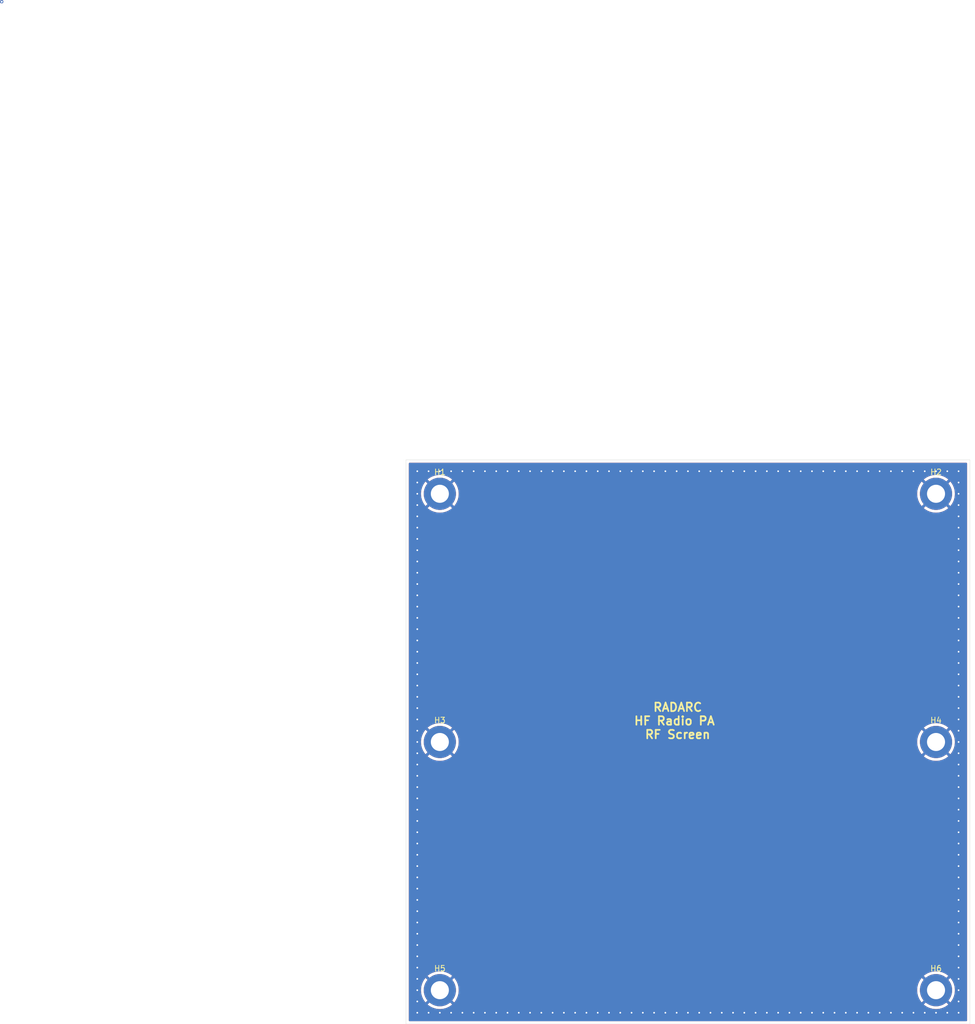
<source format=kicad_pcb>
(kicad_pcb (version 20240108) (generator "pcbnew") (generator_version "8.0")
  (layers (0 "F.Cu" signal) (31 "B.Cu" signal) (34 "B.Paste" user) (35 "F.Paste" user) (36 "B.SilkS" user "B.Silkscreen") (37 "F.SilkS" user "F.Silkscreen") (38 "B.Mask" user) (39 "F.Mask" user) (44 "Edge.Cuts" user))
  (net 0 "")
  (net 1 "GND")
  (footprint "MountingHole:MountingHole_3.2mm_M3_ISO7380_Pad_TopBottom" (layer "F.Cu") (at 194 144)
    (property "Reference" "H6" (at 0 -3.85 0) (layer "F.SilkS"))
    (property "Value" "MountingHole_Pad")
    (pad "1" thru_hole circle (at 0 0) (size 3.6 3.6) (drill 3.2) (layers "*.Cu" "*.Mask") (net 1 "GND"))
    (pad "1" connect circle (at 0 0) (size 5.7 5.7) (layers "F.Cu" "F.Mask") (net 1 "GND"))
    (pad "1" connect circle (at 0 0) (size 5.7 5.7) (layers "B.Cu" "B.Mask") (net 1 "GND"))
  )
  (footprint "MountingHole:MountingHole_3.2mm_M3_ISO7380_Pad_TopBottom" (layer "F.Cu") (at 194 56)
    (property "Reference" "H2" (at 0 -3.85 0) (layer "F.SilkS"))
    (property "Value" "MountingHole_Pad")
    (pad "1" thru_hole circle (at 0 0) (size 3.6 3.6) (drill 3.2) (layers "*.Cu" "*.Mask") (net 1 "GND"))
    (pad "1" connect circle (at 0 0) (size 5.7 5.7) (layers "F.Cu" "F.Mask") (net 1 "GND"))
    (pad "1" connect circle (at 0 0) (size 5.7 5.7) (layers "B.Cu" "B.Mask") (net 1 "GND"))
  )
  (footprint "MountingHole:MountingHole_3.2mm_M3_ISO7380_Pad_TopBottom" (layer "F.Cu") (at 194 100)
    (property "Reference" "H4" (at 0 -3.85 0) (layer "F.SilkS"))
    (property "Value" "MountingHole_Pad")
    (pad "1" thru_hole circle (at 0 0) (size 3.6 3.6) (drill 3.2) (layers "*.Cu" "*.Mask") (net 1 "GND"))
    (pad "1" connect circle (at 0 0) (size 5.7 5.7) (layers "F.Cu" "F.Mask") (net 1 "GND"))
    (pad "1" connect circle (at 0 0) (size 5.7 5.7) (layers "B.Cu" "B.Mask") (net 1 "GND"))
  )
  (footprint "MountingHole:MountingHole_3.2mm_M3_ISO7380_Pad_TopBottom" (layer "F.Cu") (at 106 56)
    (property "Reference" "H1" (at 0 -3.85 0) (layer "F.SilkS"))
    (property "Value" "MountingHole_Pad")
    (pad "1" thru_hole circle (at 0 0) (size 3.6 3.6) (drill 3.2) (layers "*.Cu" "*.Mask") (net 1 "GND"))
    (pad "1" connect circle (at 0 0) (size 5.7 5.7) (layers "F.Cu" "F.Mask") (net 1 "GND"))
    (pad "1" connect circle (at 0 0) (size 5.7 5.7) (layers "B.Cu" "B.Mask") (net 1 "GND"))
  )
  (footprint "MountingHole:MountingHole_3.2mm_M3_ISO7380_Pad_TopBottom" (layer "F.Cu") (at 106 100)
    (property "Reference" "H3" (at 0 -3.85 0) (layer "F.SilkS"))
    (property "Value" "MountingHole_Pad")
    (pad "1" thru_hole circle (at 0 0) (size 3.6 3.6) (drill 3.2) (layers "*.Cu" "*.Mask") (net 1 "GND"))
    (pad "1" connect circle (at 0 0) (size 5.7 5.7) (layers "F.Cu" "F.Mask") (net 1 "GND"))
    (pad "1" connect circle (at 0 0) (size 5.7 5.7) (layers "B.Cu" "B.Mask") (net 1 "GND"))
  )
  (footprint "MountingHole:MountingHole_3.2mm_M3_ISO7380_Pad_TopBottom" (layer "F.Cu") (at 106 144)
    (property "Reference" "H5" (at 0 -3.85 0) (layer "F.SilkS"))
    (property "Value" "MountingHole_Pad")
    (pad "1" thru_hole circle (at 0 0) (size 3.6 3.6) (drill 3.2) (layers "*.Cu" "*.Mask") (net 1 "GND"))
    (pad "1" connect circle (at 0 0) (size 5.7 5.7) (layers "F.Cu" "F.Mask") (net 1 "GND"))
    (pad "1" connect circle (at 0 0) (size 5.7 5.7) (layers "B.Cu" "B.Mask") (net 1 "GND"))
  )
  (gr_line (start 200 50) (end 100 50) (stroke (width 0.05)) (layer "Edge.Cuts"))
  (gr_line (start 100 150) (end 200 150) (stroke (width 0.05)) (layer "Edge.Cuts"))
  (gr_line (start 100 50) (end 100 150) (stroke (width 0.05)) (layer "Edge.Cuts"))
  (gr_line (start 200 150) (end 200 50) (stroke (width 0.05)) (layer "Edge.Cuts"))
  (gr_text "RADARC\nHF Radio PA \nRF Screen" (at 148.18 99.55 0) (layer "F.SilkS") (effects (font (size 1.5 1.5) (thickness 0.3) (bold yes)) (justify bottom)))
  (via (at 28.29 -31.24) (size 0.6) (drill 0.3) (layers "F.Cu" "B.Cu") (net 0))
  (via (at 102 70) (size 0.6) (drill 0.3) (layers "F.Cu" "B.Cu") (net 1))
  (via (at 198 70) (size 0.6) (drill 0.3) (layers "F.Cu" "B.Cu") (net 1))
  (via (at 140 52) (size 0.6) (drill 0.3) (layers "F.Cu" "B.Cu") (net 1))
  (via (at 102 144) (size 0.6) (drill 0.3) (layers "F.Cu" "B.Cu") (net 1))
  (via (at 134 52) (size 0.6) (drill 0.3) (layers "F.Cu" "B.Cu") (net 1))
  (via (at 118 148) (size 0.6) (drill 0.3) (layers "F.Cu" "B.Cu") (net 1))
  (via (at 192 148) (size 0.6) (drill 0.3) (layers "F.Cu" "B.Cu") (net 1))
  (via (at 102 54) (size 0.6) (drill 0.3) (layers "F.Cu" "B.Cu") (net 1))
  (via (at 190 52) (size 0.6) (drill 0.3) (layers "F.Cu" "B.Cu") (net 1))
  (via (at 102 62) (size 0.6) (drill 0.3) (layers "F.Cu" "B.Cu") (net 1))
  (via (at 198 126) (size 0.6) (drill 0.3) (layers "F.Cu" "B.Cu") (net 1))
  (via (at 198 130) (size 0.6) (drill 0.3) (layers "F.Cu" "B.Cu") (net 1))
  (via (at 102 68) (size 0.6) (drill 0.3) (layers "F.Cu" "B.Cu") (net 1))
  (via (at 166 52) (size 0.6) (drill 0.3) (layers "F.Cu" "B.Cu") (net 1))
  (via (at 198 120) (size 0.6) (drill 0.3) (layers "F.Cu" "B.Cu") (net 1))
  (via (at 138 148) (size 0.6) (drill 0.3) (layers "F.Cu" "B.Cu") (net 1))
  (via (at 102 108) (size 0.6) (drill 0.3) (layers "F.Cu" "B.Cu") (net 1))
  (via (at 198 82) (size 0.6) (drill 0.3) (layers "F.Cu" "B.Cu") (net 1))
  (via (at 198 132) (size 0.6) (drill 0.3) (layers "F.Cu" "B.Cu") (net 1))
  (via (at 116 148) (size 0.6) (drill 0.3) (layers "F.Cu" "B.Cu") (net 1))
  (via (at 136 148) (size 0.6) (drill 0.3) (layers "F.Cu" "B.Cu") (net 1))
  (via (at 198 86) (size 0.6) (drill 0.3) (layers "F.Cu" "B.Cu") (net 1))
  (via (at 102 128) (size 0.6) (drill 0.3) (layers "F.Cu" "B.Cu") (net 1))
  (via (at 102 74) (size 0.6) (drill 0.3) (layers "F.Cu" "B.Cu") (net 1))
  (via (at 198 98) (size 0.6) (drill 0.3) (layers "F.Cu" "B.Cu") (net 1))
  (via (at 126 148) (size 0.6) (drill 0.3) (layers "F.Cu" "B.Cu") (net 1))
  (via (at 110 52) (size 0.6) (drill 0.3) (layers "F.Cu" "B.Cu") (net 1))
  (via (at 170 148) (size 0.6) (drill 0.3) (layers "F.Cu" "B.Cu") (net 1))
  (via (at 118 52) (size 0.6) (drill 0.3) (layers "F.Cu" "B.Cu") (net 1))
  (via (at 198 134) (size 0.6) (drill 0.3) (layers "F.Cu" "B.Cu") (net 1))
  (via (at 162 148) (size 0.6) (drill 0.3) (layers "F.Cu" "B.Cu") (net 1))
  (via (at 150 148) (size 0.6) (drill 0.3) (layers "F.Cu" "B.Cu") (net 1))
  (via (at 160 52) (size 0.6) (drill 0.3) (layers "F.Cu" "B.Cu") (net 1))
  (via (at 162 52) (size 0.6) (drill 0.3) (layers "F.Cu" "B.Cu") (net 1))
  (via (at 186 148) (size 0.6) (drill 0.3) (layers "F.Cu" "B.Cu") (net 1))
  (via (at 198 54) (size 0.6) (drill 0.3) (layers "F.Cu" "B.Cu") (net 1))
  (via (at 120 52) (size 0.6) (drill 0.3) (layers "F.Cu" "B.Cu") (net 1))
  (via (at 198 140) (size 0.6) (drill 0.3) (layers "F.Cu" "B.Cu") (net 1))
  (via (at 134 148) (size 0.6) (drill 0.3) (layers "F.Cu" "B.Cu") (net 1))
  (via (at 158 148) (size 0.6) (drill 0.3) (layers "F.Cu" "B.Cu") (net 1))
  (via (at 166 148) (size 0.6) (drill 0.3) (layers "F.Cu" "B.Cu") (net 1))
  (via (at 124 52) (size 0.6) (drill 0.3) (layers "F.Cu" "B.Cu") (net 1))
  (via (at 198 104) (size 0.6) (drill 0.3) (layers "F.Cu" "B.Cu") (net 1))
  (via (at 178 52) (size 0.6) (drill 0.3) (layers "F.Cu" "B.Cu") (net 1))
  (via (at 102 52) (size 0.6) (drill 0.3) (layers "F.Cu" "B.Cu") (net 1))
  (via (at 102 80) (size 0.6) (drill 0.3) (layers "F.Cu" "B.Cu") (net 1))
  (via (at 112 52) (size 0.6) (drill 0.3) (layers "F.Cu" "B.Cu") (net 1))
  (via (at 198 84) (size 0.6) (drill 0.3) (layers "F.Cu" "B.Cu") (net 1))
  (via (at 156 148) (size 0.6) (drill 0.3) (layers "F.Cu" "B.Cu") (net 1))
  (via (at 102 98) (size 0.6) (drill 0.3) (layers "F.Cu" "B.Cu") (net 1))
  (via (at 124 148) (size 0.6) (drill 0.3) (layers "F.Cu" "B.Cu") (net 1))
  (via (at 198 100) (size 0.6) (drill 0.3) (layers "F.Cu" "B.Cu") (net 1))
  (via (at 156 52) (size 0.6) (drill 0.3) (layers "F.Cu" "B.Cu") (net 1))
  (via (at 182 52) (size 0.6) (drill 0.3) (layers "F.Cu" "B.Cu") (net 1))
  (via (at 198 112) (size 0.6) (drill 0.3) (layers "F.Cu" "B.Cu") (net 1))
  (via (at 102 116) (size 0.6) (drill 0.3) (layers "F.Cu" "B.Cu") (net 1))
  (via (at 198 76) (size 0.6) (drill 0.3) (layers "F.Cu" "B.Cu") (net 1))
  (via (at 198 138) (size 0.6) (drill 0.3) (layers "F.Cu" "B.Cu") (net 1))
  (via (at 152 148) (size 0.6) (drill 0.3) (layers "F.Cu" "B.Cu") (net 1))
  (via (at 102 134) (size 0.6) (drill 0.3) (layers "F.Cu" "B.Cu") (net 1))
  (via (at 144 52) (size 0.6) (drill 0.3) (layers "F.Cu" "B.Cu") (net 1))
  (via (at 102 102) (size 0.6) (drill 0.3) (layers "F.Cu" "B.Cu") (net 1))
  (via (at 102 60) (size 0.6) (drill 0.3) (layers "F.Cu" "B.Cu") (net 1))
  (via (at 154 148) (size 0.6) (drill 0.3) (layers "F.Cu" "B.Cu") (net 1))
  (via (at 198 124) (size 0.6) (drill 0.3) (layers "F.Cu" "B.Cu") (net 1))
  (via (at 154 52) (size 0.6) (drill 0.3) (layers "F.Cu" "B.Cu") (net 1))
  (via (at 198 122) (size 0.6) (drill 0.3) (layers "F.Cu" "B.Cu") (net 1))
  (via (at 102 84) (size 0.6) (drill 0.3) (layers "F.Cu" "B.Cu") (net 1))
  (via (at 188 52) (size 0.6) (drill 0.3) (layers "F.Cu" "B.Cu") (net 1))
  (via (at 198 80) (size 0.6) (drill 0.3) (layers "F.Cu" "B.Cu") (net 1))
  (via (at 174 52) (size 0.6) (drill 0.3) (layers "F.Cu" "B.Cu") (net 1))
  (via (at 180 52) (size 0.6) (drill 0.3) (layers "F.Cu" "B.Cu") (net 1))
  (via (at 108 148) (size 0.6) (drill 0.3) (layers "F.Cu" "B.Cu") (net 1))
  (via (at 198 128) (size 0.6) (drill 0.3) (layers "F.Cu" "B.Cu") (net 1))
  (via (at 164 148) (size 0.6) (drill 0.3) (layers "F.Cu" "B.Cu") (net 1))
  (via (at 198 142) (size 0.6) (drill 0.3) (layers "F.Cu" "B.Cu") (net 1))
  (via (at 114 148) (size 0.6) (drill 0.3) (layers "F.Cu" "B.Cu") (net 1))
  (via (at 126 52) (size 0.6) (drill 0.3) (layers "F.Cu" "B.Cu") (net 1))
  (via (at 102 126) (size 0.6) (drill 0.3) (layers "F.Cu" "B.Cu") (net 1))
  (via (at 198 116) (size 0.6) (drill 0.3) (layers "F.Cu" "B.Cu") (net 1))
  (via (at 198 144) (size 0.6) (drill 0.3) (layers "F.Cu" "B.Cu") (net 1))
  (via (at 120 148) (size 0.6) (drill 0.3) (layers "F.Cu" "B.Cu") (net 1))
  (via (at 128 52) (size 0.6) (drill 0.3) (layers "F.Cu" "B.Cu") (net 1))
  (via (at 142 52) (size 0.6) (drill 0.3) (layers "F.Cu" "B.Cu") (net 1))
  (via (at 198 58) (size 0.6) (drill 0.3) (layers "F.Cu" "B.Cu") (net 1))
  (via (at 102 112) (size 0.6) (drill 0.3) (layers "F.Cu" "B.Cu") (net 1))
  (via (at 150 52) (size 0.6) (drill 0.3) (layers "F.Cu" "B.Cu") (net 1))
  (via (at 198 60) (size 0.6) (drill 0.3) (layers "F.Cu" "B.Cu") (net 1))
  (via (at 102 122) (size 0.6) (drill 0.3) (layers "F.Cu" "B.Cu") (net 1))
  (via (at 174 148) (size 0.6) (drill 0.3) (layers "F.Cu" "B.Cu") (net 1))
  (via (at 196 52) (size 0.6) (drill 0.3) (layers "F.Cu" "B.Cu") (net 1))
  (via (at 102 64) (size 0.6) (drill 0.3) (layers "F.Cu" "B.Cu") (net 1))
  (via (at 172 148) (size 0.6) (drill 0.3) (layers "F.Cu" "B.Cu") (net 1))
  (via (at 172 52) (size 0.6) (drill 0.3) (layers "F.Cu" "B.Cu") (net 1))
  (via (at 198 96) (size 0.6) (drill 0.3) (layers "F.Cu" "B.Cu") (net 1))
  (via (at 128 148) (size 0.6) (drill 0.3) (layers "F.Cu" "B.Cu") (net 1))
  (via (at 198 94) (size 0.6) (drill 0.3) (layers "F.Cu" "B.Cu") (net 1))
  (via (at 102 92) (size 0.6) (drill 0.3) (layers "F.Cu" "B.Cu") (net 1))
  (via (at 198 118) (size 0.6) (drill 0.3) (layers "F.Cu" "B.Cu") (net 1))
  (via (at 102 124) (size 0.6) (drill 0.3) (layers "F.Cu" "B.Cu") (net 1))
  (via (at 102 140) (size 0.6) (drill 0.3) (layers "F.Cu" "B.Cu") (net 1))
  (via (at 178 148) (size 0.6) (drill 0.3) (layers "F.Cu" "B.Cu") (net 1))
  (via (at 198 146) (size 0.6) (drill 0.3) (layers "F.Cu" "B.Cu") (net 1))
  (via (at 102 82) (size 0.6) (drill 0.3) (layers "F.Cu" "B.Cu") (net 1))
  (via (at 198 52) (size 0.6) (drill 0.3) (layers "F.Cu" "B.Cu") (net 1))
  (via (at 106 52) (size 0.6) (drill 0.3) (layers "F.Cu" "B.Cu") (net 1))
  (via (at 146 52) (size 0.6) (drill 0.3) (layers "F.Cu" "B.Cu") (net 1))
  (via (at 194 148) (size 0.6) (drill 0.3) (layers "F.Cu" "B.Cu") (net 1))
  (via (at 102 90) (size 0.6) (drill 0.3) (layers "F.Cu" "B.Cu") (net 1))
  (via (at 160 148) (size 0.6) (drill 0.3) (layers "F.Cu" "B.Cu") (net 1))
  (via (at 196 148) (size 0.6) (drill 0.3) (layers "F.Cu" "B.Cu") (net 1))
  (via (at 186 52) (size 0.6) (drill 0.3) (layers "F.Cu" "B.Cu") (net 1))
  (via (at 122 148) (size 0.6) (drill 0.3) (layers "F.Cu" "B.Cu") (net 1))
  (via (at 164 52) (size 0.6) (drill 0.3) (layers "F.Cu" "B.Cu") (net 1))
  (via (at 112 148) (size 0.6) (drill 0.3) (layers "F.Cu" "B.Cu") (net 1))
  (via (at 194 52) (size 0.6) (drill 0.3) (layers "F.Cu" "B.Cu") (net 1))
  (via (at 198 90) (size 0.6) (drill 0.3) (layers "F.Cu" "B.Cu") (net 1))
  (via (at 180 148) (size 0.6) (drill 0.3) (layers "F.Cu" "B.Cu") (net 1))
  (via (at 190 148) (size 0.6) (drill 0.3) (layers "F.Cu" "B.Cu") (net 1))
  (via (at 198 88) (size 0.6) (drill 0.3) (layers "F.Cu" "B.Cu") (net 1))
  (via (at 198 114) (size 0.6) (drill 0.3) (layers "F.Cu" "B.Cu") (net 1))
  (via (at 136 52) (size 0.6) (drill 0.3) (layers "F.Cu" "B.Cu") (net 1))
  (via (at 138 52) (size 0.6) (drill 0.3) (layers "F.Cu" "B.Cu") (net 1))
  (via (at 102 94) (size 0.6) (drill 0.3) (layers "F.Cu" "B.Cu") (net 1))
  (via (at 176 52) (size 0.6) (drill 0.3) (layers "F.Cu" "B.Cu") (net 1))
  (via (at 102 142) (size 0.6) (drill 0.3) (layers "F.Cu" "B.Cu") (net 1))
  (via (at 104 148) (size 0.6) (drill 0.3) (layers "F.Cu" "B.Cu") (net 1))
  (via (at 198 92) (size 0.6) (drill 0.3) (layers "F.Cu" "B.Cu") (net 1))
  (via (at 198 62) (size 0.6) (drill 0.3) (layers "F.Cu" "B.Cu") (net 1))
  (via (at 152 52) (size 0.6) (drill 0.3) (layers "F.Cu" "B.Cu") (net 1))
  (via (at 132 148) (size 0.6) (drill 0.3) (layers "F.Cu" "B.Cu") (net 1))
  (via (at 102 136) (size 0.6) (drill 0.3) (layers "F.Cu" "B.Cu") (net 1))
  (via (at 110 148) (size 0.6) (drill 0.3) (layers "F.Cu" "B.Cu") (net 1))
  (via (at 188 148) (size 0.6) (drill 0.3) (layers "F.Cu" "B.Cu") (net 1))
  (via (at 140 148) (size 0.6) (drill 0.3) (layers "F.Cu" "B.Cu") (net 1))
  (via (at 198 56) (size 0.6) (drill 0.3) (layers "F.Cu" "B.Cu") (net 1))
  (via (at 102 104) (size 0.6) (drill 0.3) (layers "F.Cu" "B.Cu") (net 1))
  (via (at 198 110) (size 0.6) (drill 0.3) (layers "F.Cu" "B.Cu") (net 1))
  (via (at 158 52) (size 0.6) (drill 0.3) (layers "F.Cu" "B.Cu") (net 1))
  (via (at 182 148) (size 0.6) (drill 0.3) (layers "F.Cu" "B.Cu") (net 1))
  (via (at 102 88) (size 0.6) (drill 0.3) (layers "F.Cu" "B.Cu") (net 1))
  (via (at 198 102) (size 0.6) (drill 0.3) (layers "F.Cu" "B.Cu") (net 1))
  (via (at 114 52) (size 0.6) (drill 0.3) (layers "F.Cu" "B.Cu") (net 1))
  (via (at 198 68) (size 0.6) (drill 0.3) (layers "F.Cu" "B.Cu") (net 1))
  (via (at 168 148) (size 0.6) (drill 0.3) (layers "F.Cu" "B.Cu") (net 1))
  (via (at 102 120) (size 0.6) (drill 0.3) (layers "F.Cu" "B.Cu") (net 1))
  (via (at 184 148) (size 0.6) (drill 0.3) (layers "F.Cu" "B.Cu") (net 1))
  (via (at 198 66) (size 0.6) (drill 0.3) (layers "F.Cu" "B.Cu") (net 1))
  (via (at 102 146) (size 0.6) (drill 0.3) (layers "F.Cu" "B.Cu") (net 1))
  (via (at 102 110) (size 0.6) (drill 0.3) (layers "F.Cu" "B.Cu") (net 1))
  (via (at 102 72) (size 0.6) (drill 0.3) (layers "F.Cu" "B.Cu") (net 1))
  (via (at 130 148) (size 0.6) (drill 0.3) (layers "F.Cu" "B.Cu") (net 1))
  (via (at 102 138) (size 0.6) (drill 0.3) (layers "F.Cu" "B.Cu") (net 1))
  (via (at 102 100) (size 0.6) (drill 0.3) (layers "F.Cu" "B.Cu") (net 1))
  (via (at 184 52) (size 0.6) (drill 0.3) (layers "F.Cu" "B.Cu") (net 1))
  (via (at 198 72) (size 0.6) (drill 0.3) (layers "F.Cu" "B.Cu") (net 1))
  (via (at 108 52) (size 0.6) (drill 0.3) (layers "F.Cu" "B.Cu") (net 1))
  (via (at 168 52) (size 0.6) (drill 0.3) (layers "F.Cu" "B.Cu") (net 1))
  (via (at 102 106) (size 0.6) (drill 0.3) (layers "F.Cu" "B.Cu") (net 1))
  (via (at 132 52) (size 0.6) (drill 0.3) (layers "F.Cu" "B.Cu") (net 1))
  (via (at 148 148) (size 0.6) (drill 0.3) (layers "F.Cu" "B.Cu") (net 1))
  (via (at 116 52) (size 0.6) (drill 0.3) (layers "F.Cu" "B.Cu") (net 1))
  (via (at 148 52) (size 0.6) (drill 0.3) (layers "F.Cu" "B.Cu") (net 1))
  (via (at 198 74) (size 0.6) (drill 0.3) (layers "F.Cu" "B.Cu") (net 1))
  (via (at 102 78) (size 0.6) (drill 0.3) (layers "F.Cu" "B.Cu") (net 1))
  (via (at 102 114) (size 0.6) (drill 0.3) (layers "F.Cu" "B.Cu") (net 1))
  (via (at 102 132) (size 0.6) (drill 0.3) (layers "F.Cu" "B.Cu") (net 1))
  (via (at 198 148) (size 0.6) (drill 0.3) (layers "F.Cu" "B.Cu") (net 1))
  (via (at 198 64) (size 0.6) (drill 0.3) (layers "F.Cu" "B.Cu") (net 1))
  (via (at 192 52) (size 0.6) (drill 0.3) (layers "F.Cu" "B.Cu") (net 1))
  (via (at 102 66) (size 0.6) (drill 0.3) (layers "F.Cu" "B.Cu") (net 1))
  (via (at 102 148) (size 0.6) (drill 0.3) (layers "F.Cu" "B.Cu") (net 1))
  (via (at 106 148) (size 0.6) (drill 0.3) (layers "F.Cu" "B.Cu") (net 1))
  (via (at 122 52) (size 0.6) (drill 0.3) (layers "F.Cu" "B.Cu") (net 1))
  (via (at 170 52) (size 0.6) (drill 0.3) (layers "F.Cu" "B.Cu") (net 1))
  (via (at 198 78) (size 0.6) (drill 0.3) (layers "F.Cu" "B.Cu") (net 1))
  (via (at 198 136) (size 0.6) (drill 0.3) (layers "F.Cu" "B.Cu") (net 1))
  (via (at 176 148) (size 0.6) (drill 0.3) (layers "F.Cu" "B.Cu") (net 1))
  (via (at 102 130) (size 0.6) (drill 0.3) (layers "F.Cu" "B.Cu") (net 1))
  (via (at 102 118) (size 0.6) (drill 0.3) (layers "F.Cu" "B.Cu") (net 1))
  (via (at 198 108) (size 0.6) (drill 0.3) (layers "F.Cu" "B.Cu") (net 1))
  (via (at 102 96) (size 0.6) (drill 0.3) (layers "F.Cu" "B.Cu") (net 1))
  (via (at 144 148) (size 0.6) (drill 0.3) (layers "F.Cu" "B.Cu") (net 1))
  (via (at 102 76) (size 0.6) (drill 0.3) (layers "F.Cu" "B.Cu") (net 1))
  (via (at 142 148) (size 0.6) (drill 0.3) (layers "F.Cu" "B.Cu") (net 1))
  (via (at 102 86) (size 0.6) (drill 0.3) (layers "F.Cu" "B.Cu") (net 1))
  (via (at 104 52) (size 0.6) (drill 0.3) (layers "F.Cu" "B.Cu") (net 1))
  (via (at 198 106) (size 0.6) (drill 0.3) (layers "F.Cu" "B.Cu") (net 1))
  (via (at 102 58) (size 0.6) (drill 0.3) (layers "F.Cu" "B.Cu") (net 1))
  (via (at 102 56) (size 0.6) (drill 0.3) (layers "F.Cu" "B.Cu") (net 1))
  (via (at 146 148) (size 0.6) (drill 0.3) (layers "F.Cu" "B.Cu") (net 1))
  (via (at 130 52) (size 0.6) (drill 0.3) (layers "F.Cu" "B.Cu") (net 1))
  (zone (net 1) (net_name "GND") (layers "F&B.Cu") (connect_pads (clearance 0.5)) (min_thickness 0.25) (fill yes (thermal_gap 0.5) (thermal_bridge_width 0.5))
    (polygon (pts (xy 100 50) (xy 200 50) (xy 200 149.97) (xy 199.98 149.99) (xy 100.01 149.99) (xy 100 149.98)))
  )
)
</source>
